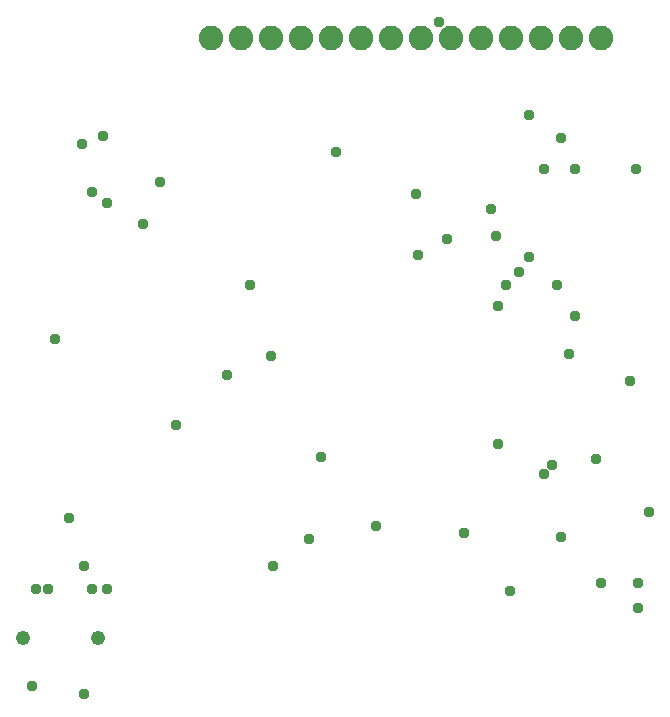
<source format=gbr>
G04 EAGLE Gerber RS-274X export*
G75*
%MOMM*%
%FSLAX34Y34*%
%LPD*%
%INSoldermask Bottom*%
%IPPOS*%
%AMOC8*
5,1,8,0,0,1.08239X$1,22.5*%
G01*
%ADD10C,1.223200*%
%ADD11C,2.082800*%
%ADD12C,0.959600*%


D10*
X44450Y88900D03*
X107950Y88900D03*
D11*
X203200Y596900D03*
X228600Y596900D03*
X254000Y596900D03*
X279400Y596900D03*
X304800Y596900D03*
X330200Y596900D03*
X355600Y596900D03*
X381000Y596900D03*
X406400Y596900D03*
X431800Y596900D03*
X457200Y596900D03*
X482600Y596900D03*
X508000Y596900D03*
X533400Y596900D03*
D12*
X453390Y387604D03*
X464058Y398272D03*
X112014Y513842D03*
X376936Y464058D03*
X236474Y387604D03*
X444500Y428498D03*
X440944Y451612D03*
X472948Y410718D03*
X574294Y195580D03*
X529844Y240030D03*
X286258Y172466D03*
X456946Y128016D03*
X496062Y387604D03*
X533400Y135128D03*
X55118Y129794D03*
X512064Y485394D03*
X96012Y40894D03*
X115570Y129794D03*
X563626Y485394D03*
X65786Y129794D03*
X71120Y341376D03*
X83566Y190246D03*
X403606Y426720D03*
X378714Y412496D03*
X565404Y135128D03*
X565404Y113792D03*
X103124Y129794D03*
X485394Y227584D03*
X446278Y252476D03*
X446278Y369824D03*
X160020Y474726D03*
X254254Y327152D03*
X499618Y174244D03*
X417830Y177800D03*
X492506Y234696D03*
X96012Y149352D03*
X256032Y149352D03*
X94234Y506730D03*
X115570Y456946D03*
X145796Y439166D03*
X51562Y48006D03*
X343154Y183134D03*
X296926Y241808D03*
X103124Y465836D03*
X174244Y268478D03*
X216916Y311150D03*
X396494Y609854D03*
X485394Y485394D03*
X499618Y512064D03*
X558292Y305816D03*
X506730Y328930D03*
X309372Y499618D03*
X472948Y531622D03*
X512064Y360934D03*
M02*

</source>
